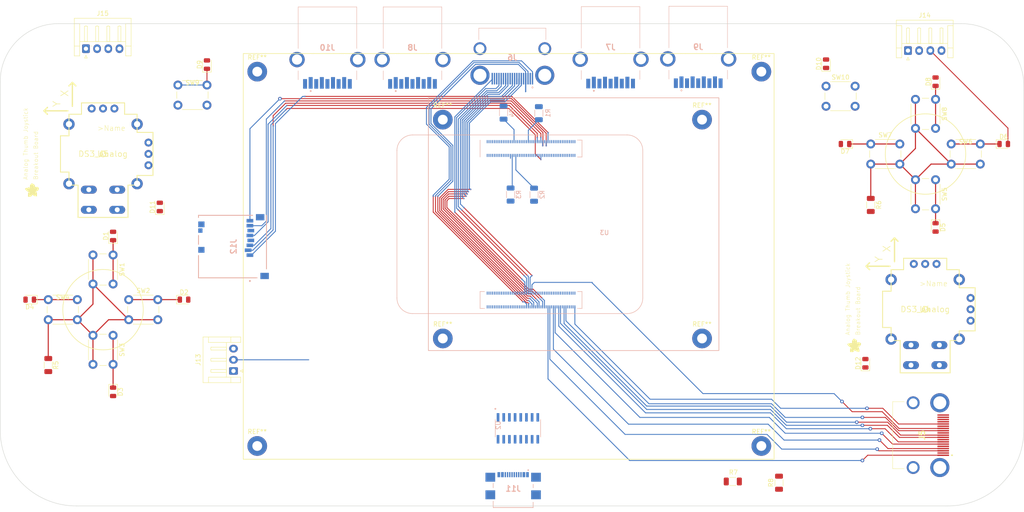
<source format=kicad_pcb>
(kicad_pcb (version 20221018) (generator pcbnew)
  (layers (0 "F.Cu" signal) (31 "B.Cu" signal) (34 "B.Paste" user) (35 "F.Paste" user) (36 "B.SilkS" user "B.Silkscreen") (37 "F.SilkS" user "F.Silkscreen") (38 "B.Mask" user) (39 "F.Mask" user) (44 "Edge.Cuts" user))
  (net 0 "")
  (net 1 "Net-(D1-Pad1)")
  (net 2 "Net-(D1-Pad2)")
  (net 3 "Net-(D2-Pad1)")
  (net 4 "Net-(D3-Pad1)")
  (net 5 "Net-(D4-Pad1)")
  (net 6 "Net-(D5-Pad1)")
  (net 7 "Net-(D6-Pad1)")
  (net 8 "Net-(D7-Pad1)")
  (net 9 "Net-(D8-Pad1)")
  (net 10 "Net-(D9-Pad1)")
  (net 11 "Net-(D10-Pad1)")
  (net 12 "Net-(D11-Pad1)")
  (net 13 "Net-(D12-Pad1)")
  (net 14 "GND")
  (net 15 "Net-(U1-Pad19)")
  (net 16 "Net-(U1-Pad21)")
  (net 17 "Net-(U1-Pad23)")
  (net 18 "Net-(U1-Pad24)")
  (net 19 "Net-(R3-Pad2)")
  (net 24 "Net-(R5-Pad1)")
  (net 25 "Net-(R6-Pad1)")
  (net 26 "Net-(D10-Pad2)")
  (net 27 "Net-(D11-Pad2)")
  (net 32 "Net-(D12-Pad2)")
  (net 33 "Net-(J5-Pad1)")
  (net 38 "Net-(J5-Pad3)")
  (net 39 "Net-(J5-Pad4)")
  (net 47 "Net-(J5-Pad6)")
  (net 48 "Net-(J5-Pad7)")
  (net 53 "Net-(J5-Pad9)")
  (net 55 "Net-(J5-Pad10)")
  (net 56 "Net-(J5-Pad12)")
  (net 64 "Net-(J5-Pad13)")
  (net 65 "Net-(J5-Pad15)")
  (net 70 "Net-(J5-Pad16)")
  (net 71 "Net-(J5-Pad19)")
  (net 75 "Net-(J6-Pad1)")
  (net 77 "Net-(J6-Pad3)")
  (net 78 "Net-(J6-Pad4)")
  (net 79 "Net-(J6-Pad6)")
  (net 80 "Net-(J6-Pad7)")
  (net 81 "Net-(J6-Pad9)")
  (net 83 "Net-(J6-Pad10)")
  (net 84 "Net-(J6-Pad12)")
  (net 85 "Net-(J6-Pad13)")
  (net 87 "Net-(J6-Pad15)")
  (net 89 "Net-(J6-Pad16)")
  (net 92 "Net-(J6-Pad19)")
  (net 95 "ChargerInput")
  (net 97 "Net-(J12-PadP1)")
  (net 99 "Net-(J12-PadP2)")
  (net 101 "Net-(J12-PadP3)")
  (net 103 "Net-(C1-Pad1)")
  (net 105 "Net-(J12-PadP5)")
  (net 116 "Net-(J12-PadP7)")
  (net 125 "Net-(J12-PadP8)")
  (net 126 "5V")
  (net 131 "Net-(J13-Pad2)")
  (net 132 "Net-(R7-Pad1)")
  (net 252 "Net-(U1-Pad17)")
  (net 253 "Net-(U2-Pad1)")
  (net 254 "Net-(U2-Pad2)")
  (net 255 "Net-(U2-Pad3)")
  (net 256 "Net-(U2-Pad4)")
  (net 258 "Net-(J14-Pad4)")
  (net 259 "Net-(J15-Pad4)")
  (net 260 "Net-(R1-Pad2)")
  (net 261 "Net-(R2-Pad2)")
  (net 262 "Net-(R4-Pad2)")
  (footprint "Resistor_SMD:R_1206_3216Metric" (layer "F.Cu") (at 196.225 136.8 90)
    (fp_text reference "R8")
    (fp_text value "10k")
  )
  (footprint "Diode_SMD:D_0805_2012Metric" (layer "F.Cu") (at 57.7 75.05 90)
    (fp_text reference "D11")
    (fp_text value "DIODE")
  )
  (footprint "MountingHole:MountingHole_2.2mm_M2_Pad_TopBottom" (layer "F.Cu") (at 121.01 55.5)
    (fp_text reference "REF**")
    (fp_text value "MountingHole_2.2mm_M2_Pad_TopBottom")
  )
  (footprint "MountingHole:MountingHole_2.2mm_M2_Pad_TopBottom" (layer "F.Cu") (at 179.01 55.5)
    (fp_text reference "REF**")
    (fp_text value "MountingHole_2.2mm_M2_Pad_TopBottom")
  )
  (footprint "joystick:JOYSTICK" (layer "F.Cu") (at 228.925 97.975 180)
    (fp_text reference "U4")
    (fp_text value "DS3_Analog")
  )
  (footprint "joystick:ADAFRUIT200MIL" (layer "F.Cu") (at 212.923 106.103)
    (fp_text reference "U$1" hide)
    (fp_text value "" hide)
  )
  (footprint "Button_Switch_THT:SW_PUSH_6mm_H7.3mm" (layer "F.Cu") (at 231.25 50.95 -90)
    (fp_text reference "SW8")
    (fp_text value "SW_Push")
  )
  (footprint "Resistor_SMD:R_1206_3216Metric" (layer "F.Cu") (at 32.75 110.45 -90)
    (fp_text reference "R5")
    (fp_text value "10k")
  )
  (footprint "Button_Switch_THT:SW_PUSH_6mm_H7.3mm" (layer "F.Cu") (at 231.25 68.95 -90)
    (fp_text reference "SW5")
    (fp_text value "SW_Push")
  )
  (footprint "Diode_SMD:D_0805_2012Metric" (layer "F.Cu") (at 211 60.95 180)
    (fp_text reference "D7")
    (fp_text value "DIODE")
  )
  (footprint "Diode_SMD:D_0805_2012Metric" (layer "F.Cu") (at 206.75 42.975 90)
    (fp_text reference "D10")
    (fp_text value "DIODE")
  )
  (footprint "Diode_SMD:D_0805_2012Metric" (layer "F.Cu") (at 231.25 79.625 -90)
    (fp_text reference "D5")
    (fp_text value "DIODE")
  )
  (footprint "Connector_JST:JST_EH_S4B-EH_1x04_P2.50mm_Horizontal" (layer "F.Cu") (at 225.075 40.0325)
    (fp_text reference "J14")
    (fp_text value "Conn_01x04")
  )
  (footprint "Button_Switch_THT:SW_PUSH_6mm_H7.3mm" (layer "F.Cu") (at 50.75 95.8)
    (fp_text reference "SW2")
    (fp_text value "SW_Push")
  )
  (footprint "Connector_JST:JST_EH_S4B-EH_1x04_P2.50mm_Horizontal" (layer "F.Cu") (at 41.175 39.6075)
    (fp_text reference "J15")
    (fp_text value "Conn_01x04")
  )
  (footprint "MountingHole:MountingHole_2.2mm_M2_Pad_TopBottom" (layer "F.Cu") (at 121.01 104.5)
    (fp_text reference "REF**")
    (fp_text value "MountingHole_2.2mm_M2_Pad_TopBottom")
  )
  (footprint "Diode_SMD:D_0805_2012Metric" (layer "F.Cu") (at 215.55 110.05 90)
    (fp_text reference "D12")
    (fp_text value "DIODE")
  )
  (footprint "Diode_SMD:D_0805_2012Metric" (layer "F.Cu") (at 68.25 43.175 90)
    (fp_text reference "D9")
    (fp_text value "DIODE")
  )
  (footprint "Resistor_SMD:R_1206_3216Metric" (layer "F.Cu") (at 216.75 74.6 -90)
    (fp_text reference "R6")
    (fp_text value "10k")
  )
  (footprint "Resistor_SMD:R_1206_3216Metric" (layer "F.Cu") (at 185.8875 136.525)
    (fp_text reference "R7")
    (fp_text value "10k")
  )
  (footprint "MountingHole:MountingHole_2.2mm_M2_Pad_TopBottom" (layer "F.Cu") (at 79.5 128.575)
    (fp_text reference "REF**")
    (fp_text value "MountingHole_2.2mm_M2_Pad_TopBottom")
  )
  (footprint "MountingHole:MountingHole_2.2mm_M2_Pad_TopBottom" (layer "F.Cu") (at 79.5 44.75)
    (fp_text reference "REF**")
    (fp_text value "MountingHole_2.2mm_M2_Pad_TopBottom")
  )
  (footprint "Button_Switch_THT:SW_PUSH_6mm_H7.3mm" (layer "F.Cu") (at 47.25 103.8 -90)
    (fp_text reference "SW3")
    (fp_text value "SW_Push")
  )
  (footprint "Diode_SMD:D_0805_2012Metric" (layer "F.Cu") (at 246.5 60.95)
    (fp_text reference "D6")
    (fp_text value "DIODE")
  )
  (footprint "MountingHole:MountingHole_2.2mm_M2_Pad_TopBottom" (layer "F.Cu") (at 192.275 44.75)
    (fp_text reference "REF**")
    (fp_text value "MountingHole_2.2mm_M2_Pad_TopBottom")
  )
  (footprint "Diode_SMD:D_0805_2012Metric" (layer "F.Cu") (at 231.25 47 90)
    (fp_text reference "D8")
    (fp_text value "DIODE")
  )
  (footprint "Button_Switch_THT:SW_PUSH_6mm_H7.3mm" (layer "F.Cu") (at 47.25 85.8 -90)
    (fp_text reference "SW1")
    (fp_text value "SW_Push")
  )
  (footprint "Button_Switch_THT:SW_PUSH_6mm_H7.3mm" (layer "F.Cu") (at 32.75 95.8)
    (fp_text reference "SW4")
    (fp_text value "SW_Push")
  )
  (footprint "Diode_SMD:D_0805_2012Metric" (layer "F.Cu") (at 47.25 81.55 90)
    (fp_text reference "D1")
    (fp_text value "DIODE")
  )
  (footprint "joystick:ADAFRUIT200MIL" (layer "F.Cu") (at 28.998 71.303)
    (fp_text reference "U$1" hide)
    (fp_text value "" hide)
  )
  (footprint "Connector_JST:JST_EH_S3B-EH_1x03_P2.50mm_Horizontal" (layer "F.Cu") (at 74.1825 111.775 90)
    (fp_text reference "J13")
    (fp_text value "Conn_01x03")
  )
  (footprint "Button_Switch_THT:SW_PUSH_6mm_H7.3mm" (layer "F.Cu") (at 61.75 47.75)
    (fp_text reference "SW9")
    (fp_text value "SW_Push")
  )
  (footprint "Button_Switch_THT:SW_PUSH_6mm_H7.3mm" (layer "F.Cu") (at 216.75 60.95)
    (fp_text reference "SW7")
    (fp_text value "SW_Push")
  )
  (footprint "joystick:JOYSTICK" (layer "F.Cu") (at 45 63.175 180)
    (fp_text reference "U5")
    (fp_text value "DS3_Analog")
  )
  (footprint "MountingHole:MountingHole_2.2mm_M2_Pad_TopBottom" (layer "F.Cu") (at 192.275 128.575)
    (fp_text reference "REF**")
    (fp_text value "MountingHole_2.2mm_M2_Pad_TopBottom")
  )
  (footprint "Diode_SMD:D_0805_2012Metric" (layer "F.Cu") (at 28.6 95.8 180)
    (fp_text reference "D4")
    (fp_text value "DIODE")
  )
  (footprint "Button_Switch_THT:SW_PUSH_6mm_H7.3mm" (layer "F.Cu") (at 206.75 48)
    (fp_text reference "SW10")
    (fp_text value "SW_Push")
  )
  (footprint "mouser:2086581051" (layer "F.Cu") (at 227.725 126.15 -90)
    (fp_text reference "J5")
    (fp_text value "208658-1051" hide)
  )
  (footprint "Button_Switch_THT:SW_PUSH_6mm_H7.3mm" (layer "F.Cu") (at 234.75 60.95)
    (fp_text reference "SW6")
    (fp_text value "SW_Push")
  )
  (footprint "Diode_SMD:D_0805_2012Metric" (layer "F.Cu") (at 63.125 95.8)
    (fp_text reference "D2")
    (fp_text value "DIODE")
  )
  (footprint "MountingHole:MountingHole_2.2mm_M2_Pad_TopBottom" (layer "F.Cu") (at 179.01 104.5)
    (fp_text reference "REF**")
    (fp_text value "MountingHole_2.2mm_M2_Pad_TopBottom")
  )
  (footprint "Diode_SMD:D_0805_2012Metric" (layer "F.Cu") (at 47.25 116.45 -90)
    (fp_text reference "D3")
    (fp_text value "DIODE")
  )
  (footprint "Resistor_SMD:R_1206_3216Metric" (layer "B.Cu") (at 141.425 72.3 90)
    (fp_text reference "R2")
    (fp_text value "470")
  )
  (footprint "mouser:2086581051" (layer "B.Cu") (at 136.575 41.0875)
    (fp_text reference "J6")
    (fp_text value "208658-1051" hide)
  )
  (footprint "MCP3008:SOIC127P600X175-16N" (layer "B.Cu") (at 137.815 124.6125 -90)
    (fp_text reference "U2")
    (fp_text value "MCP3008")
  )
  (footprint "mouser:692122030100" (layer "B.Cu") (at 178.15 41.8945)
    (fp_text reference "J9")
    (fp_text value "692122030100" hide)
  )
  (footprint "mouser:MEM20510019500A" (layer "B.Cu") (at 74.2 83.925 -90)
    (fp_text reference "J12")
    (fp_text value "MEM2051-00-195-00-A" hide)
  )
  (footprint "Resistor_SMD:R_1206_3216Metric" (layer "B.Cu") (at 136.175 72.275 90)
    (fp_text reference "R3")
    (fp_text value "470")
  )
  (footprint "mouser:692122030100" (layer "B.Cu") (at 95.2 42.0445)
    (fp_text reference "J10")
    (fp_text value "692122030100" hide)
  )
  (footprint "mouser:USB4110GFA" (layer "B.Cu") (at 136.75 138.675 180)
    (fp_text reference "J11")
    (fp_text value "USB4110-GF-A" hide)
  )
  (footprint "mouser:692122030100" (layer "B.Cu") (at 114.23 42.0445)
    (fp_text reference "J8")
    (fp_text value "692122030100" hide)
  )
  (footprint "Resistor_SMD:R_1206_3216Metric" (layer "B.Cu") (at 142.5 54.05 -90)
    (fp_text reference "R1")
    (fp_text value "470")
  )
  (footprint "Resistor_SMD:R_1206_3216Metric" (layer "B.Cu") (at 134.6 53.925 -90)
    (fp_text reference "R4")
    (fp_text value "470")
  )
  (footprint "mouser:692122030100" (layer "B.Cu") (at 158.55 41.9695)
    (fp_text reference "J7")
    (fp_text value "692122030100" hide)
  )
  (footprint "CM4IO:Raspberry-Pi-4-Compute-Module" (layer "B.Cu") (at 162.25 62.425 -90)
    (fp_text reference "U3")
    (fp_text value "cm4conn")
  )
  (gr_rect (start 117.775 50.6) (end 182.775 107.2) (stroke (width 0.15)) (fill none) (layer "B.SilkS"))
  (gr_line (start 221.051 88.323) (end 215.717 88.323) (stroke (width 0.3048)) (layer "F.SilkS"))
  (gr_line (start 37.126 53.523) (end 31.792 53.523) (stroke (width 0.3048)) (layer "F.SilkS"))
  (gr_line (start 222.067 87.307) (end 222.067 81.973) (stroke (width 0.3048)) (layer "F.SilkS"))
  (gr_circle (center 229 63.2) (end 238 63.2) (stroke (width 0.15)) (fill none) (layer "F.SilkS"))
  (gr_line (start 222.067 81.973) (end 222.829 82.735) (stroke (width 0.3048)) (layer "F.SilkS"))
  (gr_line (start 38.142 47.173) (end 37.38 47.935) (stroke (width 0.3048)) (layer "F.SilkS"))
  (gr_line (start 31.792 53.523) (end 32.554 52.761) (stroke (width 0.3048)) (layer "F.SilkS"))
  (gr_line (start 222.067 81.973) (end 221.305 82.735) (stroke (width 0.3048)) (layer "F.SilkS"))
  (gr_line (start 38.142 52.507) (end 38.142 47.173) (stroke (width 0.3048)) (layer "F.SilkS"))
  (gr_rect (start 76.375 40.7) (end 195.125 131.55) (stroke (width 0.15)) (fill none) (layer "F.SilkS"))
  (gr_circle (center 45 98.05) (end 54 98.05) (stroke (width 0.15)) (fill none) (layer "F.SilkS"))
  (gr_line (start 215.717 88.323) (end 216.479 89.085) (stroke (width 0.3048)) (layer "F.SilkS"))
  (gr_line (start 38.142 47.173) (end 38.904 47.935) (stroke (width 0.3048)) (layer "F.SilkS"))
  (gr_line (start 31.792 53.523) (end 32.554 54.285) (stroke (width 0.3048)) (layer "F.SilkS"))
  (gr_line (start 215.717 88.323) (end 216.479 87.561) (stroke (width 0.3048)) (layer "F.SilkS"))
  (gr_line (start 39 142) (end 234 142) (stroke (width 0.1)) (layer "Edge.Cuts"))
  (gr_line (start 237 34) (end 163 34) (stroke (width 0.1)) (layer "Edge.Cuts"))
  (gr_line (start 35 34) (end 163 34) (stroke (width 0.1)) (layer "Edge.Cuts"))
  (gr_line (start 251 49) (end 251 125) (stroke (width 0.1)) (layer "Edge.Cuts"))
  (gr_arc (start 39 142) (mid 26.979185 137.020815) (end 22 125) (stroke (width 0.1)) (layer "Edge.Cuts"))
  (gr_line (start 22 125) (end 22 50) (stroke (width 0.1)) (layer "Edge.Cuts"))
  (gr_line (start 251 49) (end 251 48) (stroke (width 0.1)) (layer "Edge.Cuts"))
  (gr_line (start 22 50) (end 22 47) (stroke (width 0.1)) (layer "Edge.Cuts"))
  (gr_arc (start 251 125) (mid 246.020815 137.020815) (end 234 142) (stroke (width 0.1)) (layer "Edge.Cuts"))
  (gr_arc (start 22 47) (mid 25.807612 37.807612) (end 35 34) (stroke (width 0.1)) (layer "Edge.Cuts"))
  (gr_arc (start 237 34) (mid 246.899495 38.100505) (end 251 48) (stroke (width 0.1)) (layer "Edge.Cuts"))
  (gr_text "Analog Thumb Joystick" (at 212.161 103.817 90) (layer "F.SilkS") (effects (font (size 0.93472 0.93472) (thickness 0.08128)) (justify left bottom)))
  (gr_text "Y" (at 219.527 87.561 90) (layer "F.SilkS") (effects (font (size 1.63576 1.63576) (thickness 0.14224)) (justify left bottom)))
  (gr_text "Analog Thumb Joystick" (at 28.236 69.017 90) (layer "F.SilkS") (effects (font (size 0.93472 0.93472) (thickness 0.08128)) (justify left bottom)))
  (gr_text "Breakout Board" (at 214.447 103.817 90) (layer "F.SilkS") (effects (font (size 0.93472 0.93472) (thickness 0.08128)) (justify left bottom)))
  (gr_text "X " (at 37.38 50.475 90) (layer "F.SilkS") (effects (font (size 1.63576 1.63576) (thickness 0.14224)) (justify left bottom)))
  (gr_text "Breakout Board" (at 30.522 69.017 90) (layer "F.SilkS") (effects (font (size 0.93472 0.93472) (thickness 0.08128)) (justify left bottom)))
  (gr_text "X " (at 221.305 85.275 90) (layer "F.SilkS") (effects (font (size 1.63576 1.63576) (thickness 0.14224)) (justify left bottom)))
  (gr_text "Y" (at 35.602 52.761 90) (layer "F.SilkS") (effects (font (size 1.63576 1.63576) (thickness 0.14224)) (justify left bottom)))
  (segment (start 133 47.2) (end 133.025 47.175) (width 0.2) (layer "F.Cu") (net 0))
  (segment (start 47.25 85.8) (end 47.25 92.3) (width 0.25) (layer "F.Cu") (net 1))
  (segment (start 47.25 85.8) (end 47.25 82.4875) (width 0.25) (layer "F.Cu") (net 1))
  (segment (start 50.75 95.8) (end 57.25 95.8) (width 0.25) (layer "F.Cu") (net 3))
  (segment (start 57.25 95.8) (end 62.1875 95.8) (width 0.25) (layer "F.Cu") (net 3))
  (segment (start 47.25 110.3) (end 47.25 115.5125) (width 0.25) (layer "F.Cu") (net 4))
  (segment (start 47.25 103.8) (end 47.25 110.3) (width 0.25) (layer "F.Cu") (net 4))
  (segment (start 32.75 95.8) (end 29.5375 95.8) (width 0.25) (layer "F.Cu") (net 5))
  (segment (start 39.25 95.8) (end 32.75 95.8) (width 0.25) (layer "F.Cu") (net 5))
  (segment (start 231.25 68.95) (end 231.25 75.45) (width 0.25) (layer "F.Cu") (net 6))
  (segment (start 231.25 75.45) (end 231.25 78.6875) (width 0.25) (layer "F.Cu") (net 6))
  (segment (start 241.25 60.95) (end 245.5625 60.95) (width 0.25) (layer "F.Cu") (net 7))
  (segment (start 234.75 60.95) (end 241.25 60.95) (width 0.25) (layer "F.Cu") (net 7))
  (segment (start 223.25 60.95) (end 216.75 60.95) (width 0.25) (layer "F.Cu") (net 8))
  (segment (start 216.75 60.95) (end 211.9375 60.95) (width 0.25) (layer "F.Cu") (net 8))
  (segment (start 231.25 50.95) (end 231.25 47.9375) (width 0.25) (layer "F.Cu") (net 9))
  (segment (start 231.25 57.45) (end 231.25 50.95) (width 0.25) (layer "F.Cu") (net 9))
  (segment (start 68.25 44.1125) (end 68.25 47.75) (width 0.2) (layer "F.Cu") (net 10))
  (segment (start 61.75 47.75) (end 68.25 47.75) (width 0.2) (layer "B.Cu") (net 10))
  (segment (start 136.55 70.4375) (end 136.55 63.505) (width 0.2) (layer "B.Cu") (net 19))
  (segment (start 136.175 70.8125) (end 136.55 70.4375) (width 0.2) (layer "B.Cu") (net 19))
  (segment (start 32.75 108.9875) (end 32.75 100.3) (width 0.25) (layer "F.Cu") (net 24))
  (segment (start 42.75 103.8) (end 39.25 100.3) (width 0.25) (layer "F.Cu") (net 24))
  (segment (start 42.75 92.3) (end 42.75 85.8) (width 0.25) (layer "F.Cu") (net 24))
  (segment (start 42.75 92.3) (end 50.75 100.3) (width 0.25) (layer "F.Cu") (net 24))
  (segment (start 32.75 100.3) (end 39.25 100.3) (width 0.25) (layer "F.Cu") (net 24))
  (segment (start 46.25 100.3) (end 42.75 103.8) (width 0.25) (layer "F.Cu") (net 24))
  (segment (start 42.75 103.8) (end 42.75 110.3) (width 0.25) (layer "F.Cu") (net 24))
  (segment (start 42.75 96.8) (end 39.25 100.3) (width 0.25) (layer "F.Cu") (net 24))
  (segment (start 42.75 92.3) (end 42.75 96.8) (width 0.25) (layer "F.Cu") (net 24))
  (segment (start 50.75 100.3) (end 46.25 100.3) (width 0.25) (layer "F.Cu") (net 24))
  (segment (start 50.75 100.3) (end 57.25 100.3) (width 0.25) (layer "F.Cu") (net 24))
  (segment (start 230.25 65.45) (end 226.75 68.95) (width 0.25) (layer "F.Cu") (net 25))
  (segment (start 226.75 61.95) (end 226.75 57.45) (width 0.25) (layer "F.Cu") (net 25))
  (segment (start 216.75 65.45) (end 223.25 65.45) (width 0.25) (layer "F.Cu") (net 25))
  (segment (start 226.75 68.95) (end 223.25 65.45) (width 0.25) (layer "F.Cu") (net 25))
  (segment (start 223.25 65.45) (end 226.75 61.95) (width 0.25) (layer "F.Cu") (net 25))
  (segment (start 226.75 75.45) (end 226.75 68.95) (width 0.25) (layer "F.Cu") (net 25))
  (segment (start 234.75 65.45) (end 241.25 65.45) (width 0.25) (layer "F.Cu") (net 25))
  (segment (start 226.75 57.45) (end 234.75 65.45) (width 0.25) (layer "F.Cu") (net 25))
  (segment (start 226.75 57.45) (end 226.75 50.95) (width 0.25) (layer "F.Cu") (net 25))
  (segment (start 234.75 65.45) (end 230.25 65.45) (width 0.25) (layer "F.Cu") (net 25))
  (segment (start 216.75 65.45) (end 216.75 73.1375) (width 0.25) (layer "F.Cu") (net 25))
  (segment (start 247.4375 57.395) (end 230.075 40.0325) (width 0.2) (layer "F.Cu") (net 26))
  (segment (start 247.4375 60.95) (end 247.4375 57.395) (width 0.2) (layer "F.Cu") (net 26))
  (segment (start 232.96 130.65) (end 216.06 130.65) (width 0.2) (layer "F.Cu") (net 33))
  (segment (start 216.06 130.65) (end 214.884 131.826) (width 0.2) (layer "F.Cu") (net 33))
  (via (at 214.884 131.826) (size 0.8) (drill 0.4) (layers "F.Cu" "B.Cu") (net 33))
  (segment (start 144.55 113.562) (end 144.55 97.425) (width 0.2) (layer "B.Cu") (net 33))
  (segment (start 214.884 131.826) (end 162.814 131.826) (width 0.2) (layer "B.Cu") (net 33))
  (segment (start 162.814 131.826) (end 144.55 113.562) (width 0.2) (layer "B.Cu") (net 33))
  (segment (start 232.96 129.65) (end 218.55 129.65) (width 0.2) (layer "F.Cu") (net 38))
  (segment (start 218.55 129.65) (end 218.186 129.286) (width 0.2) (layer "F.Cu") (net 38))
  (via (at 218.186 129.286) (size 0.8) (drill 0.4) (layers "F.Cu" "B.Cu") (net 38))
  (segment (start 161.798 125.984) (end 144.95 109.136) (width 0.2) (layer "B.Cu") (net 38))
  (segment (start 144.95 109.136) (end 144.95 97.425) (width 0.2) (layer "B.Cu") (net 38))
  (segment (start 218.186 129.286) (end 196.85 129.286) (width 0.2) (layer "B.Cu") (net 38))
  (segment (start 196.85 129.286) (end 193.548 125.984) (width 0.2) (layer "B.Cu") (net 38))
  (segment (start 193.548 125.984) (end 161.798 125.984) (width 0.2) (layer "B.Cu") (net 38))
  (segment (start 232.96 129.15) (end 220.59 129.15) (width 0.2) (layer "F.Cu") (net 39))
  (segment (start 220.59 129.15) (end 218.694 127.254) (width 0.2) (layer "F.Cu") (net 39))
  (via (at 218.694 127.254) (size 0.8) (drill 0.4) (layers "F.Cu" "B.Cu") (net 39))
  (segment (start 197.358 127.254) (end 193.802 123.698) (width 0.2) (layer "B.Cu") (net 39))
  (segment (start 218.694 127.254) (end 197.358 127.254) (width 0.2) (layer "B.Cu") (net 39))
  (segment (start 145.75 106.888) (end 145.75 97.425) (width 0.2) (layer "B.Cu") (net 39))
  (segment (start 193.802 123.698) (end 162.56 123.698) (width 0.2) (layer "B.Cu") (net 39))
  (segment (start 162.56 123.698) (end 145.75 106.888) (width 0.2) (layer "B.Cu") (net 39))
  (segment (start 232.96 128.15) (end 221.622 128.15) (width 0.2) (layer "F.Cu") (net 47))
  (segment (start 221.622 128.15) (end 219.202 125.73) (width 0.2) (layer "F.Cu") (net 47))
  (via (at 219.202 125.73) (size 0.8) (drill 0.4) (layers "F.Cu" "B.Cu") (net 47))
  (segment (start 219.202 125.73) (end 197.612 125.73) (width 0.2) (layer "B.Cu") (net 47))
  (segment (start 197.612 125.73) (end 194.056 122.174) (width 0.2) (layer "B.Cu") (net 47))
  (segment (start 165.1 122.174) (end 146.15 103.224) (width 0.2) (layer "B.Cu") (net 47))
  (segment (start 194.056 122.174) (end 165.1 122.174) (width 0.2) (layer "B.Cu") (net 47))
  (segment (start 146.15 103.224) (end 146.15 97.425) (width 0.2) (layer "B.Cu") (net 47))
  (segment (start 232.96 127.65) (end 222.9 127.65) (width 0.2) (layer "F.Cu") (net 48))
  (segment (start 219.964 124.714) (end 216.662 124.714) (width 0.2) (layer "F.Cu") (net 48))
  (segment (start 222.9 127.65) (end 220.726 125.476) (width 0.2) (layer "F.Cu") (net 48))
  (segment (start 220.726 125.476) (end 219.964 124.714) (width 0.2) (layer "F.Cu") (net 48))
  (via (at 216.662 124.714) (size 0.8) (drill 0.4) (layers "F.Cu" "B.Cu") (net 48))
  (segment (start 197.866 124.714) (end 194.31 121.158) (width 0.2) (layer "B.Cu") (net 48))
  (segment (start 166.37 121.158) (end 146.95 101.738) (width 0.2) (layer "B.Cu") (net 48))
  (segment (start 194.31 121.158) (end 166.37 121.158) (width 0.2) (layer "B.Cu") (net 48))
  (segment (start 146.95 101.738) (end 146.95 97.425) (width 0.2) (layer "B.Cu") (net 48))
  (segment (start 216.662 124.714) (end 197.866 124.714) (width 0.2) (layer "B.Cu") (net 48))
  (segment (start 220.472 123.952) (end 214.884 123.952) (width 0.2) (layer "F.Cu") (net 53))
  (segment (start 232.96 126.65) (end 223.17 126.65) (width 0.2) (layer "F.Cu") (net 53))
  (segment (start 223.17 126.65) (end 220.472 123.952) (width 0.2) (layer "F.Cu") (net 53))
  (via (at 214.884 123.952) (size 0.8) (drill 0.4) (layers "F.Cu" "B.Cu") (net 53))
  (segment (start 214.884 123.952) (end 197.866 123.952) (width 0.2) (layer "B.Cu") (net 53))
  (segment (start 166.624 120.396) (end 147.35 101.122) (width 0.2) (layer "B.Cu") (net 53))
  (segment (start 197.866 123.952) (end 194.31 120.396) (width 0.2) (layer "B.Cu") (net 53))
  (segment (start 147.35 101.122) (end 147.35 97.425) (width 0.2) (layer "B.Cu") (net 53))
  (segment (start 194.31 120.396) (end 166.624 120.396) (width 0.2) (layer "B.Cu") (net 53))
  (segment (start 220.5345 123.2525) (end 213.614 123.2525) (width 0.2) (layer "F.Cu") (net 55))
  (segment (start 232.96 126.15) (end 223.432 126.15) (width 0.2) (layer "F.Cu") (net 55))
  (segment (start 220.726 123.444) (end 220.5345 123.2525) (width 0.2) (layer "F.Cu") (net 55))
  (segment (start 223.432 126.15) (end 220.726 123.444) (width 0.2) (layer "F.Cu") (net 55))
  (via (at 213.614 123.2525) (size 0.8) (drill 0.4) (layers "F.Cu" "B.Cu") (net 55))
  (segment (start 213.614 123.2525) (end 197.9285 123.2525) (width 0.2) (layer "B.Cu") (net 55))
  (segment (start 166.624 119.634) (end 148.15 101.16) (width 0.2) (layer "B.Cu") (net 55))
  (segment (start 197.9285 123.2525) (end 194.31 119.634) (width 0.2) (layer "B.Cu") (net 55))
  (segment (start 148.15 101.16) (end 148.15 97.425) (width 0.2) (layer "B.Cu") (net 55))
  (segment (start 194.31 119.634) (end 166.624 119.634) (width 0.2) (layer "B.Cu") (net 55))
  (segment (start 232.96 125.15) (end 222.997686 125.15) (width 0.2) (layer "F.Cu") (net 56))
  (segment (start 220.021685 122.174) (end 214.884 122.174) (width 0.2) (layer "F.Cu") (net 56))
  (segment (start 222.997686 125.15) (end 220.021685 122.174) (width 0.2) (layer "F.Cu") (net 56))
  (via (at 214.884 122.174) (size 0.8) (drill 0.4) (layers "F.Cu" "B.Cu") (net 56))
  (segment (start 214.884 122.174) (end 197.612 122.174) (width 0.2) (layer "B.Cu") (net 56))
  (segment (start 167.132 119.126) (end 148.55 100.544) (width 0.2) (layer "B.Cu") (net 56))
  (segment (start 197.612 122.174) (end 194.564 119.126) (width 0.2) (layer "B.Cu") (net 56))
  (segment (start 194.564 119.126) (end 167.132 119.126) (width 0.2) (layer "B.Cu") (net 56))
  (segment (start 148.55 100.544) (end 148.55 97.425) (width 0.2) (layer "B.Cu") (net 56))
  (segment (start 223.063372 124.65) (end 219.317372 120.904) (width 0.2) (layer "F.Cu") (net 64))
  (segment (start 219.317372 120.904) (end 214.884 120.904) (width 0.2) (layer "F.Cu") (net 64))
  (segment (start 212.598 120.904) (end 210.312 118.618) (width 0.2) (layer "F.Cu") (net 64))
  (segment (start 214.884 120.904) (end 212.598 120.904) (width 0.2) (layer "F.Cu") (net 64))
  (segment (start 232.96 124.65) (end 223.063372 124.65) (width 0.2) (layer "F.Cu") (net 64))
  (via (at 210.312 118.618) (size 0.8) (drill 0.4) (layers "F.Cu" "B.Cu") (net 64))
  (segment (start 154.432 92.061773) (end 154.432 91.948) (width 0.2) (layer "B.Cu") (net 64))
  (segment (start 210.312 118.618) (end 208.534 116.84) (width 0.2) (layer "B.Cu") (net 64))
  (segment (start 140.95 92.476) (end 140.95 94.345) (width 0.2) (layer "B.Cu") (net 64))
  (segment (start 208.534 116.84) (end 179.210227 116.84) (width 0.2) (layer "B.Cu") (net 64))
  (segment (start 141.478 91.948) (end 140.95 92.476) (width 0.2) (layer "B.Cu") (net 64))
  (segment (start 179.210227 116.84) (end 154.432 92.061773) (width 0.2) (layer "B.Cu") (net 64))
  (segment (start 154.432 91.948) (end 141.478 91.948) (width 0.2) (layer "B.Cu") (net 64))
  (segment (start 222.964 123.65) (end 219.456 120.142) (width 0.2) (layer "F.Cu") (net 65))
  (segment (start 232.96 123.65) (end 222.964 123.65) (width 0.2) (layer "F.Cu") (net 65))
  (segment (start 219.456 120.142) (end 215.9 120.142) (width 0.2) (layer "F.Cu") (net 65))
  (via (at 215.9 120.142) (size 0.8) (drill 0.4) (layers "F.Cu" "B.Cu") (net 65))
  (segment (start 194.564 118.11) (end 167.386 118.11) (width 0.2) (layer "B.Cu") (net 65))
  (segment (start 150.55 101.274) (end 150.55 97.425) (width 0.2) (layer "B.Cu") (net 65))
  (segment (start 215.9 120.142) (end 196.596 120.142) (width 0.2) (layer "B.Cu") (net 65))
  (segment (start 196.596 120.142) (end 194.564 118.11) (width 0.2) (layer "B.Cu") (net 65))
  (segment (start 167.386 118.11) (end 150.55 101.274) (width 0.2) (layer "B.Cu") (net 65))
  (segment (start 138.914626 96.242626) (end 138.914626 96.289374) (width 0.2) (layer "F.Cu") (net 75))
  (segment (start 118.872 76.2) (end 130.048 87.376) (width 0.2) (layer "F.Cu") (net 75))
  (segment (start 138.776269 96.104269) (end 138.914626 96.242626) (width 0.2) (layer "F.Cu") (net 75))
  (segment (start 118.872 72.644) (end 118.872 76.2) (width 0.2) (layer "F.Cu") (net 75))
  (segment (start 130.048 87.376) (end 138.776269 96.104269) (width 0.2) (layer "F.Cu") (net 75))
  (via micro (at 138.914626 96.289374) (size 0.3) (drill 0.1) (layers "F.Cu" "B.Cu") (net 75))
  (via micro (at 118.872 72.644) (size 0.3) (drill 0.1) (layers "F.Cu" "B.Cu") (net 75))
  (segment (start 127.797314 42.325) (end 117.348 52.774314) (width 0.2) (layer "B.Cu") (net 75))
  (segment (start 122.448 68.834) (end 118.872 72.41) (width 0.2) (layer "B.Cu") (net 75))
  (segment (start 139.75 96.775) (end 139.75 97.425) (width 0.2) (layer "B.Cu") (net 75))
  (segment (start 141.075 44.7725) (end 138.6275 42.325) (width 0.2) (layer "B.Cu") (net 75))
  (segment (start 121.861547 61.018453) (end 122.448 61.604906) (width 0.2) (layer "B.Cu") (net 75))
  (segment (start 118.872 72.41) (end 118.872 72.644) (width 0.2) (layer "B.Cu") (net 75))
  (segment (start 139.264374 96.289374) (end 139.75 96.775) (width 0.2) (layer "B.Cu") (net 75))
  (segment (start 122.448 61.604906) (end 122.448 68.834) (width 0.2) (layer "B.Cu") (net 75))
  (segment (start 141.075 46.3225) (end 141.075 44.7725) (width 0.2) (layer "B.Cu") (net 75))
  (segment (start 138.6275 42.325) (end 127.797314 42.325) (width 0.2) (layer "B.Cu") (net 75))
  (segment (start 138.914626 96.289374) (end 139.264374 96.289374) (width 0.2) (layer "B.Cu") (net 75))
  (segment (start 117.348 52.774314) (end 117.348 56.504906) (width 0.2) (layer "B.Cu") (net 75))
  (segment (start 117.348 56.504906) (end 121.861547 61.018453) (width 0.2) (layer "B.Cu") (net 75))
  (segment (start 139.359471 96.098529) (end 139.722442 96.4615) (width 0.2) (layer "F.Cu") (net 77))
  (segment (start 140.02181 96.4615) (end 140.271155 96.710845) (width 0.2) (layer "F.Cu") (net 77))
  (segment (start 119.38 76.119058) (end 139.359471 96.098529) (width 0.2) (layer "F.Cu") (net 77))
  (segment (start 139.722442 96.4615) (end 139.854799 96.4615) (width 0.2) (layer "F.Cu") (net 77))
  (segment (start 119.38 72.644) (end 119.38 76.119058) (width 0.2) (layer "F.Cu") (net 77))
  (segment (start 139.854799 96.4615) (end 140.02181 96.4615) (width 0.2) (layer "F.Cu") (net 77))
  (via micro (at 140.271155 96.710845) (size 0.3) (drill 0.1) (layers "F.Cu" "B.Cu") (net 77))
  (via micro (at 119.38 72.644) (size 0.3) (drill 0.1) (layers "F.Cu" "B.Cu") (net 77))
  (segment (start 117.964 52.724) (end 117.964 56.55522) (width 0.2) (layer "B.Cu") (net 77))
  (segment (start 140.271155 96.710845) (end 140.15 96.832) (width 0.2) (layer "B.Cu") (net 77))
  (segment (start 119.38 72.515603) (end 119.38 72.644) (width 0.2) (layer "B.Cu") (net 77))
  (segment (start 122.65239 61.24361) (end 122.848 61.43922) (width 0.2) (layer "B.Cu") (net 77))
  (segment (start 140.075 46.3225) (end 140.075 44.706814) (width 0.2) (layer "B.Cu") (net 77))
  (segment (start 140.075 44.706814) (end 138.093185 42.725) (width 0.2) (layer "B.Cu") (net 77))
  (segment (start 117.964 56.55522) (end 122.65239 61.24361) (width 0.2) (layer "B.Cu") (net 77))
  (segment (start 122.807603 69.088) (end 119.38 72.515603) (width 0.2) (layer "B.Cu") (net 77))
  (segment (start 138.093185 42.725) (end 127.963 42.725) (width 0.2) (layer "B.Cu") (net 77))
  (segment (start 122.848 61.43922) (end 122.848 69.088) (width 0.2) (layer "B.Cu") (net 77))
  (segment (start 127.963 42.725) (end 117.964 52.724) (width 0.2) (layer "B.Cu") (net 77))
  (segment (start 122.848 69.088) (end 122.807603 69.088) (width 0.2) (layer "B.Cu") (net 77))
  (segment (start 140.15 96.832) (end 140.15 97.425) (width 0.2) (layer "B.Cu") (net 77))
  (segment (start 139.838628 96.012) (end 140.208 96.012) (width 0.2) (layer "F.Cu") (net 78))
  (segment (start 134.816314 90.989686) (end 139.838628 96.012) (width 0.2) (layer "F.Cu") (net 78))
  (segment (start 119.888 72.644) (end 119.888 76.061372) (width 0.2) (layer "F.Cu") (net 78))
  (segment (start 119.888 76.061372) (end 134.816314 90.989686) (width 0.2) (layer "F.Cu") (net 78))
  (via micro (at 140.208 96.012) (size 0.3) (drill 0.1) (layers "F.Cu" "B.Cu") (net 78))
  (via micro (at 119.888 72.644) (size 0.3) (drill 0.1) (layers "F.Cu" "B.Cu") (net 78))
  (segment (start 137.9275 43.125) (end 128.315354 43.125) (width 0.2) (layer "B.Cu") (net 78))
  (segment (start 128.315354 43.125) (end 118.364 53.076354) (width 0.2) (layer "B.Cu") (net 78))
  (segment (start 140.208 96.012) (end 140.95 96.754) (width 0.2) (layer "B.Cu") (net 78))
  (segment (start 140.95 96.754) (end 140.95 97.425) (width 0.2) (layer "B.Cu") (net 78))
  (segment (start 123.248 61.273534) (end 123.248 69.284) (width 0.2) (layer "B.Cu") (net 78))
  (segment (start 118.364 56.389534) (end 123.248 61.273534) (width 0.2) (layer "B.Cu") (net 78))
  (segment (start 123.248 69.284) (end 119.888 72.644) (width 0.2) (layer "B.Cu") (net 78))
  (segment (start 139.575 46.3225) (end 139.575 49.202817) (width 0.2) (layer "B.Cu") (net 78))
  (segment (start 139.525 49.252817) (end 139.525 44.7225) (width 0.2) (layer "B.Cu") (net 78))
  (segment (start 139.575 49.202817) (end 139.525 49.252817) (width 0.2) (layer "B.Cu") (net 78))
  (segment (start 118.364 53.076354) (end 118.364 56.389534) (width 0.2) (layer "B.Cu") (net 78))
  (segment (start 139.525 44.7225) (end 137.9275 43.125) (width 0.2) (layer "B.Cu") (net 78))
  (segment (start 139.903096 95.510781) (end 140.447113 95.510781) (width 0.2) (layer "F.Cu") (net 79))
  (segment (start 122.19726 71.12) (end 120.32 72.99726) (width 0.2) (layer "F.Cu") (net 79))
  (segment (start 120.32 72.99726) (end 120.32 75.927686) (width 0.2) (layer "F.Cu") (net 79))
  (segment (start 127.254 71.12) (end 122.19726 71.12) (width 0.2) (layer "F.Cu") (net 79))
  (segment (start 120.32 75.927686) (end 139.903096 95.510781) (width 0.2) (layer "F.Cu") (net 79))
  (via micro (at 140.447113 95.510781) (size 0.3) (drill 0.1) (layers "F.Cu" "B.Cu") (net 79))
  (via micro (at 127.254 71.12) (size 0.3) (drill 0.1) (layers "F.Cu" "B.Cu") (net 79))
  (segment (start 127.808058 55.418058) (end 126.968 56.258116) (width 0.2) (layer "B.Cu") (net 79))
  (segment (start 131.734116 51.492) (end 127.808058 55.418058) (width 0.2) (layer "B.Cu") (net 79))
  (segment (start 140.447113 95.510781) (end 141.35 96.413668) (width 0.2) (layer "B.Cu") (net 79))
  (segment (start 138.575 46.3225) (end 138.575 47.8225) (width 0.2) (layer "B.Cu") (net 79))
  (segment (start 127.222 71.12) (end 127.254 71.12) (width 0.2) (layer "B.Cu") (net 79))
  (segment (start 126.968 70.866) (end 127.222 71.12) (width 0.2) (layer "B.Cu") (net 79))
  (segment (start 141.35 96.413668) (end 141.35 97.425) (width 0.2) (layer "B.Cu") (net 79))
  (segment (start 138.575 47.8225) (end 134.9055 51.492) (width 0.2) (layer "B.Cu") (net 79))
  (segment (start 126.968 56.258116) (end 126.968 70.866) (width 0.2) (layer "B.Cu") (net 79))
  (segment (start 134.9055 51.492) (end 131.734116 51.492) (width 0.2) (layer "B.Cu") (net 79))
  (segment (start 140.208 94.996) (end 140.58831 94.996) (width 0.2) (layer "F.Cu") (net 80))
  (segment (start 139.954 94.996) (end 140.208 94.996) (width 0.2) (layer "F.Cu") (net 80))
  (segment (start 120.72 73.162945) (end 120.72 75.762) (width 0.2) (layer "F.Cu") (net 80))
  (segment (start 126.746 71.628) (end 122.254945 71.628) (width 0.2) (layer "F.Cu") (net 80))
  (segment (start 120.72 75.762) (end 139.954 94.996) (width 0.2) (layer "F.Cu") (net 80))
  (segment (start 122.254945 71.628) (end 120.72 73.162945) (width 0.2) (layer "F.Cu") (net 80))
  (segment (start 140.58831 94.996) (end 140.906155 95.313845) (width 0.2) (layer "F.Cu") (net 80))
  (via micro (at 126.746 71.628) (size 0.3) (drill 0.1) (layers "F.Cu" "B.Cu") (net 80))
  (via micro (at 140.906155 95.313845) (size 0.3) (drill 0.1) (layers "F.Cu" "B.Cu") (net 80))
  (segment (start 140.906155 95.313845) (end 142.15 96.55769) (width 0.2) (layer "B.Cu") (net 80))
  (segment (start 138.075 46.3225) (end 138.025 46.3725) (width 0.2) (layer "B.Cu") (net 80))
  (segment (start 131.56843 51.092) (end 127.271215 55.389215) (width 0.2) (layer "B.Cu") (net 80))
  (segment (start 126.568 71.12) (end 126.568 71.45) (width 0.2) (layer "B.Cu") (net 80))
  (segment (start 138.025 46.3725) (end 138.025 47.752) (width 0.2) (layer "B.Cu") (net 80))
  (segment (start 138.025 47.752) (end 134.685 51.092) (width 0.2) (layer "B.Cu") (net 80))
  (segment (start 142.15 96.55769) (end 142.15 97.425) (width 0.2) (layer "B.Cu") (net 80))
  (segment (start 126.568 56.09243) (end 126.568 71.12) (width 0.2) (layer "B.Cu") (net 80))
  (segment (start 126.568 71.45) (end 126.746 71.628) (width 0.2) (layer "B.Cu") (net 80))
  (segment (start 134.685 51.092) (end 131.56843 51.092) (width 0.2) (layer "B.Cu") (net 80))
  (segment (start 127.271215 55.389215) (end 126.568 56.09243) (width 0.2) (layer "B.Cu") (net 80))
  (segment (start 126.492 72.136) (end 122.31263 72.136) (width 0.2) (layer "F.Cu") (net 81))
  (segment (start 140.092629 94.488) (end 140.716 94.488) (width 0.2) (layer "F.Cu") (net 81))
  (segment (start 121.12 73.32863) (end 121.12 75.515371) (width 0.2) (layer "F.Cu") (net 81))
  (segment (start 122.31263 72.136) (end 121.12 73.32863) (width 0.2) (layer "F.Cu") (net 81))
  (segment (start 121.12 75.515371) (end 140.092629 94.488) (width 0.2) (layer "F.Cu") (net 81))
  (segment (start 140.716 94.488) (end 141.986 95.758) (width 0.2) (layer "F.Cu") (net 81))
  (via micro (at 126.492 72.136) (size 0.3) (drill 0.1) (layers "F.Cu" "B.Cu") (net 81))
  (via micro (at 141.986 95.758) (size 0.3) (drill 0.1) (layers "F.Cu" "B.Cu") (net 81))
  (segment (start 131.402744 50.692) (end 126.734372 55.360372) (width 0.2) (layer "B.Cu") (net 81))
  (segment (start 126.168 57.658) (end 126.168 71.628) (width 0.2) (layer "B.Cu") (net 81))
  (segment (start 142.55 96.322) (end 142.55 97.425) (width 0.2) (layer "B.Cu") (net 81))
  (segment (start 126.168 71.628) (end 126.168 71.812) (width 0.2) (layer "B.Cu") (net 81))
  (segment (start 126.168 55.926744) (end 126.168 57.658) (width 0.2) (layer "B.Cu") (net 81))
  (segment (start 137.075 46.3225) (end 137.075 47.938186) (width 0.2) (layer "B.Cu") (net 81))
  (segment (start 141.986 95.758) (end 142.55 96.322) (width 0.2) (layer "B.Cu") (net 81))
  (segment (start 134.321185 50.692) (end 131.402744 50.692) (width 0.2) (layer "B.Cu") (net 81))
  (segment (start 126.734372 55.360372) (end 126.168 55.926744) (width 0.2) (layer "B.Cu") (net 81))
  (segment (start 137.075 47.938186) (end 134.321185 50.692) (width 0.2) (layer "B.Cu") (net 81))
  (segment (start 126.168 71.812) (end 126.492 72.136) (width 0.2) (layer "B.Cu") (net 81))
  (segment (start 140.97 93.872) (end 142.665845 95.567845) (width 0.2) (layer "F.Cu") (net 83))
  (segment (start 121.52 73.494315) (end 121.52 75.349686) (width 0.2) (layer "F.Cu") (net 83))
  (segment (start 126.238 72.644) (end 122.370314 72.644) (width 0.2) (layer "F.Cu") (net 83))
  (segment (start 136.877157 90.706843) (end 140.042315 93.872) (width 0.2) (layer "F.Cu") (net 83))
  (segment (start 122.370314 72.644) (end 121.52 73.494315) (width 0.2) (layer "F.Cu") (net 83))
  (segment (start 140.042315 93.872) (end 140.97 93.872) (width 0.2) (layer "F.Cu") (net 83))
  (segment (start 121.52 75.349686) (end 136.877157 90.706843) (width 0.2) (layer "F.Cu") (net 83))
  (segment (start 142.665845 95.567845) (end 142.684155 95.567845) (width 0.2) (layer "F.Cu") (net 83))
  (via micro (at 142.684155 95.567845) (size 0.3) (drill 0.1) (layers "F.Cu" "B.Cu") (net 83))
  (via micro (at 126.238 72.644) (size 0.3) (drill 0.1) (layers "F.Cu" "B.Cu") (net 83))
  (segment (start 143.35 96.23369) (end 143.35 97.425) (width 0.2) (layer "B.Cu") (net 83))
  (segment (start 136.575 47.8725) (end 134.1555 50.292) (width 0.2) (layer "B.Cu") (net 83))
  (segment (start 134.1555 50.292) (end 131.237058 50.292) (width 0.2) (layer "B.Cu") (net 83))
  (segment (start 131.237058 50.292) (end 126.070529 55.458529) (width 0.2) (layer "B.Cu") (net 83))
  (segment (start 125.768 55.761058) (end 125.768 71.628) (width 0.2) (layer "B.Cu") (net 83))
  (segment (start 125.768 71.628) (end 125.768 72.174) (width 0.2) (layer "B.Cu") (net 83))
  (segment (start 136.575 46.3225) (end 136.575 47.8725) (width 0.2) (layer "B.Cu") (net 83))
  (segment (start 125.768 72.174) (end 126.238 72.644) (width 0.2) (layer "B.Cu") (net 83))
  (segment (start 126.070529 55.458529) (end 125.768 55.761058) (width 0.2) (layer "B.Cu") (net 83))
  (segment (start 142.684155 95.567845) (end 143.35 96.23369) (width 0.2) (layer "B.Cu") (net 83))
  (segment (start 140.208 93.472) (end 141.224 93.472) (width 0.2) (layer "F.Cu") (net 84))
  (segment (start 121.92 73.66) (end 121.92 73.914) (width 0.2) (layer "F.Cu") (net 84))
  (segment (start 121.92 75.184) (end 138.938 92.202) (width 0.2) (layer "F.Cu") (net 84))
  (segment (start 138.938 92.202) (end 140.208 93.472) (width 0.2) (layer "F.Cu") (net 84))
  (segment (start 125.73 73.152) (end 122.428 73.152) (width 0.2) (layer "F.Cu") (net 84))
  (segment (start 141.224 93.472) (end 143.256 95.504) (width 0.2) (layer "F.Cu") (net 84))
  (segment (start 121.92 73.914) (end 121.92 75.184) (width 0.2) (layer "F.Cu") (net 84))
  (segment (start 122.428 73.152) (end 121.92 73.66) (width 0.2) (layer "F.Cu") (net 84))
  (via micro (at 125.73 73.152) (size 0.3) (drill 0.1) (layers "F.Cu" "B.Cu") (net 84))
  (via micro (at 143.256 95.504) (size 0.3) (drill 0.1) (layers "F.Cu" "B.Cu") (net 84))
  (segment (start 143.256 95.504) (end 143.75 95.998) (width 0.2) (layer "B.Cu") (net 84))
  (segment (start 125.368 72.79) (end 125.73 73.152) (width 0.2) (layer "B.Cu") (net 84))
  (segment (start 131.141372 49.822) (end 125.568688 55.394684) (width 0.2) (layer "B.Cu") (net 84))
  (segment (start 135.575 47.938186) (end 133.691186 49.822) (width 0.2) (layer "B.Cu") (net 84))
  (segment (start 125.368 56.134) (end 125.368 72.79) (width 0.2) (layer "B.Cu") (net 84))
  (segment (start 143.75 95.998) (end 143.75 97.425) (width 0.2) (layer "B.Cu") (net 84))
  (segment (start 133.691186 49.822) (end 131.141372 49.822) (width 0.2) (layer "B.Cu") (net 84))
  (segment (start 125.533686 55.429686) (end 125.368 55.595372) (width 0.2) (layer "B.Cu") (net 84))
  (segment (start 125.368 55.595372) (end 125.368 56.134) (width 0.2) (layer "B.Cu") (net 84))
  (segment (start 135.575 46.3225) (end 135.575 47.938186) (width 0.2) (layer "B.Cu") (net 84))
  (segment (start 125.568688 55.394684) (end 125.533686 55.429686) (width 0.2) (layer "B.Cu") (net 84))
  (segment (start 125.73 75.184) (end 140.97 90.424) (width 0.2) (layer "F.Cu") (net 85))
  (via micro (at 125.73 75.184) (size 0.3) (drill 0.1) (layers "F.Cu" "B.Cu") (net 85))
  (via micro (at 140.97 90.424) (size 0.3) (drill 0.1) (layers "F.Cu" "B.Cu") (net 85))
  (segment (start 124.968 74.422) (end 125.73 75.184) (width 0.2) (layer "B.Cu") (net 85))
  (segment (start 133.5255 49.422) (end 130.975686 49.422) (width 0.2) (layer "B.Cu") (net 85))
  (segment (start 135.075 47.8725) (end 133.5255 49.422) (width 0.2) (layer "B.Cu") (net 85))
  (segment (start 130.975686 49.422) (end 124.968 55.429686) (width 0.2) (layer "B.Cu") (net 85))
  (segment (start 124.968 55.429686) (end 124.968 74.422) (width 0.2) (layer "B.Cu") (net 85))
  (segment (start 135.075 46.3225) (end 135.075 47.8725) (width 0.2) (layer "B.Cu") (net 85))
  (segment (start 140.97 90.424) (end 140.55 90.844) (width 0.2) (layer "B.Cu") (net 85))
  (segment (start 140.55 90.844) (end 140.55 94.345) (width 0.2) (layer "B.Cu") (net 85))
  (segment (start 125.222 75.692) (end 139.954 90.424) (width 0.2) (layer "F.Cu") (net 87))
  (via micro (at 125.222 75.692) (size 0.3) (drill 0.1) (layers "F.Cu" "B.Cu") (net 87))
  (via micro (at 139.954 90.424) (size 0.3) (drill 0.1) (layers "F.Cu" "B.Cu") (net 87))
  (segment (start 134.075 46.3225) (end 134.075 48.043) (width 0.2) (layer "B.Cu") (net 87))
  (segment (start 124.498 58.166) (end 124.498 74.968) (width 0.2) (layer "B.Cu") (net 87))
  (segment (start 139.954 90.424) (end 140.15 90.62) (width 0.2) (layer "B.Cu") (net 87))
  (segment (start 124.498 55.334) (end 124.498 57.62) (width 0.2) (layer "B.Cu") (net 87))
  (segment (start 124.498 57.62) (end 124.498 58.166) (width 0.2) (layer "B.Cu") (net 87))
  (segment (start 133.096 49.022) (end 130.81 49.022) (width 0.2) (layer "B.Cu") (net 87))
  (segment (start 124.498 74.968) (end 125.222 75.692) (width 0.2) (layer "B.Cu") (net 87))
  (segment (start 140.15 90.62) (end 140.15 94.345) (width 0.2) (layer "B.Cu") (net 87))
  (segment (start 130.81 49.022) (end 124.498 55.334) (width 0.2) (layer "B.Cu") (net 87))
  (segment (start 134.075 48.043) (end 133.096 49.022) (width 0.2) (layer "B.Cu") (net 87))
  (segment (start 124.46 75.692) (end 139.192 90.424) (width 0.2) (layer "F.Cu") (net 89))
  (via micro (at 124.46 75.692) (size 0.3) (drill 0.1) (layers "F.Cu" "B.Cu") (net 89))
  (via micro (at 139.192 90.424) (size 0.3) (drill 0.1) (layers "F.Cu" "B.Cu") (net 89))
  (segment (start 124.098 55.029686) (end 124.098 75.33) (width 0.2) (layer "B.Cu") (net 89))
  (segment (start 133.575 47.8725) (end 132.904657 48.542843) (width 0.2) (layer "B.Cu") (net 89))
  (segment (start 139.75 90.982) (end 139.75 94.345) (width 0.2) (layer "B.Cu") (net 89))
  (segment (start 124.098 75.33) (end 124.46 75.692) (width 0.2) (layer "B.Cu") (net 89))
  (segment (start 133.575 46.3225) (end 133.575 47.8725) (width 0.2) (layer "B.Cu") (net 89))
  (segment (start 130.584843 48.542843) (end 124.098 55.029686) (width 0.2) (layer "B.Cu") (net 89))
  (segment (start 132.904657 48.542843) (end 130.584843 48.542843) (width 0.2) (layer "B.Cu") (net 89))
  (segment (start 139.192 90.424) (end 139.75 90.982) (width 0.2) (layer "B.Cu") (net 89))
  (segment (start 123.698 76.2) (end 135.128 87.63) (width 0.2) (layer "F.Cu") (net 92))
  (segment (start 135.128 87.63) (end 138.684 91.186) (width 0.2) (layer "F.Cu") (net 92))
  (via micro (at 123.698 76.2) (size 0.3) (drill 0.1) (layers "F.Cu" "B.Cu") (net 92))
  (via micro (at 138.684 91.186) (size 0.3) (drill 0.1) (layers "F.Cu" "B.Cu") (net 92))
  (segment (start 132.075 46.487) (end 123.698 54.864) (width 0.2) (layer "B.Cu") (net 92))
  (segment (start 138.684 91.186) (end 139.35 91.852) (width 0.2) (layer "B.Cu") (net 92))
  (segment (start 139.35 91.852) (end 139.35 94.345) (width 0.2) (layer "B.Cu") (net 92))
  (segment (start 123.698 54.864) (end 123.698 76.2) (width 0.2) (layer "B.Cu") (net 92))
  (segment (start 132.075 46.3225) (end 132.075 46.487) (width 0.2) (layer "B.Cu") (net 92))
  (segment (start 90.17 50.292) (end 136.455686 50.292) (width 0.2) (layer "F.Cu") (net 97))
  (segment (start 136.455686 50.292) (end 144.55 58.386315) (width 0.2) (layer "F.Cu") (net 97))
  (segment (start 144.557333 58.386315) (end 144.574124 58.403106) (width 0.2) (layer "F.Cu") (net 97))
  (segment (start 144.55 58.386315) (end 144.557333 58.386315) (width 0.2) (layer "F.Cu") (net 97))
  (via micro (at 144.574124 58.403106) (size 0.3) (drill 0.1) (layers "F.Cu" "B.Cu") (net 97))
  (via micro (at 90.17 50.292) (size 0.3) (drill 0.1) (layers "F.Cu" "B.Cu") (net 97))
  (segment (start 77.861 85.84) (end 78.211 85.84) (width 0.2) (layer "B.Cu") (net 97))
  (segment (start 83.566 56.388) (end 89.662 50.292) (width 0.2) (layer "B.Cu") (net 97))
  (segment (start 144.55 58.42723) (end 144.55 60.425) (width 0.2) (layer "B.Cu") (net 97))
  (segment (start 83.566 80.485) (end 83.566 56.388) (width 0.2) (layer "B.Cu") (net 97))
  (segment (start 144.574124 58.403106) (end 144.55 58.42723) (width 0.2) (layer "B.Cu") (net 97))
  (segment (start 89.662 50.292) (end 90.17 50.292) (width 0.2) (layer "B.Cu") (net 97))
  (segment (start 78.211 85.84) (end 83.566 80.485) (width 0.2) (layer "B.Cu") (net 97))
  (segment (start 136.144 51.816) (end 142.95 58.622) (width 0.2) (layer "F.Cu") (net 99))
  (segment (start 85.852 51.816) (end 136.144 51.816) (width 0.2) (layer "F.Cu") (net 99))
  (segment (start 83.058 54.61) (end 85.852 51.816) (width 0.2) (layer "F.Cu") (net 99))
  (segment (start 142.95 58.622) (end 142.95 59.5) (width 0.2) (layer "F.Cu") (net 99))
  (segment (start 83.058 56.896) (end 83.058 54.61) (width 0.2) (layer "F.Cu") (net 99))
  (via micro (at 83.058 56.896) (size 0.3) (drill 0.1) (layers "F.Cu" "B.Cu") (net 99))
  (via micro (at 142.95 59.5) (size 0.3) (drill 0.1) (layers "F.Cu" "B.Cu") (net 99))
  (segment (start 77.461 84.74) (end 78.511 84.74) (width 0.2) (layer "B.Cu") (net 99))
  (segment (start 78.511 84.74) (end 83.058 80.193) (width 0.2) (layer "B.Cu") (net 99))
  (segment (start 83.058 80.193) (end 83.058 56.896) (width 0.2) (layer "B.Cu") (net 99))
  (segment (start 142.95 60.425) (end 142.95 59.5) (width 0.2) (layer "B.Cu") (net 99))
  (segment (start 135.804 53) (end 141.7 58.896) (width 0.2) (layer "F.Cu") (net 101))
  (segment (start 141.7 63.175) (end 142.95 64.425) (width 0.2) (layer "F.Cu") (net 101))
  (segment (start 85.852 53.34) (end 86.192 53) (width 0.2) (layer "F.Cu") (net 101))
  (segment (start 141.7 58.896) (end 141.7 63.175) (width 0.2) (layer "F.Cu") (net 101))
  (segment (start 86.192 53) (end 135.804 53) (width 0.2) (layer "F.Cu") (net 101))
  (via micro (at 85.852 53.34) (size 0.3) (drill 0.1) (layers "F.Cu" "B.Cu") (net 101))
  (via micro (at 142.95 64.425) (size 0.3) (drill 0.1) (layers "F.Cu" "B.Cu") (net 101))
  (segment (start 142.95 63.505) (end 142.95 64.425) (width 0.2) (layer "B.Cu") (net 101))
  (segment (start 78.811 83.64) (end 82.55 79.901) (width 0.2) (layer "B.Cu") (net 101))
  (segment (start 82.55 56.642) (end 85.852 53.34) (width 0.2) (layer "B.Cu") (net 101))
  (segment (start 82.55 79.901) (end 82.55 56.642) (width 0.2) (layer "B.Cu") (net 101))
  (segment (start 77.861 83.64) (end 78.811 83.64) (width 0.2) (layer "B.Cu") (net 101))
  (segment (start 142.15 58.584) (end 142.15 59.5) (width 0.2) (layer "F.Cu") (net 105))
  (segment (start 135.89 52.324) (end 142.15 58.584) (width 0.2) (layer "F.Cu") (net 105))
  (segment (start 86.106 52.324) (end 135.89 52.324) (width 0.2) (layer "F.Cu") (net 105))
  (via micro (at 86.106 52.324) (size 0.3) (drill 0.1) (layers "F.Cu" "B.Cu") (net 105))
  (via micro (at 142.15 59.5) (size 0.3) (drill 0.1) (layers "F.Cu" "B.Cu") (net 105))
  (segment (start 81.934 56.496) (end 86.106 52.324) (width 0.2) (layer "B.Cu") (net 105))
  (segment (start 81.934 78.381685) (end 81.934 56.642) (width 0.2) (layer "B.Cu") (net 105))
  (segment (start 77.861 81.44) (end 78.875686 81.44) (width 0.2) (layer "B.Cu") (net 105))
  (segment (start 78.875686 81.44) (end 81.934 78.381685) (width 0.2) (layer "B.Cu") (net 105))
  (segment (start 142.15 60.425) (end 142.15 59.5) (width 0.2) (layer "B.Cu") (net 105))
  (segment (start 81.934 56.642) (end 81.934 56.496) (width 0.2) (layer "B.Cu") (net 105))
  (segment (start 143.4 61.3) (end 143.35 61.35) (width 0.2) (layer "F.Cu") (net 116))
  (segment (start 136.340314 51.308) (end 143.4 58.367686) (width 0.2) (layer "F.Cu") (net 116))
  (segment (start 85.598 51.308) (end 136.340314 51.308) (width 0.2) (layer "F.Cu") (net 116))
  (segment (start 143.4 58.367686) (end 143.4 61.3) (width 0.2) (layer "F.Cu") (net 116))
  (via micro (at 85.598 51.308) (size 0.3) (drill 0.1) (layers "F.Cu" "B.Cu") (net 116))
  (via micro (at 143.35 61.35) (size 0.3) (drill 0.1) (layers "F.Cu" "B.Cu") (net 116))
  (segment (start 77.861 79.24) (end 80.51 79.24) (width 0.2) (layer "B.Cu") (net 116))
  (segment (start 143.35 60.425) (end 143.35 61.35) (width 0.2) (layer "B.Cu") (net 116))
  (segment (start 81.534 55.372) (end 85.598 51.308) (width 0.2) (layer "B.Cu") (net 116))
  (segment (start 81.534 78.216) (end 81.534 55.372) (width 0.2) (layer "B.Cu") (net 116))
  (segment (start 80.51 79.24) (end 81.534 78.216) (width 0.2) (layer "B.Cu") (net 116))
  (segment (start 136.398 50.8) (end 144.15 58.552) (width 0.2) (layer "F.Cu") (net 125))
  (segment (start 84.582 50.8) (end 136.398 50.8) (width 0.2) (layer "F.Cu") (net 125))
  (segment (start 144.15 58.552) (end 144.15 61.35) (width 0.2) (layer "F.Cu") (net 125))
  (via (at 84.582 50.8) (size 0.8) (drill 0.4) (layers "F.Cu" "B.Cu") (net 125))
  (via micro (at 144.15 61.35) (size 0.3) (drill 0.1) (layers "F.Cu" "B.Cu") (net 125))
  (segment (start 77.861 78.14) (end 77.861 57.521) (width 0.2) (layer "B.Cu") (net 125))
  (segment (start 144.15 60.425) (end 144.15 61.35) (width 0.2) (layer "B.Cu") (net 125))
  (segment (start 77.861 57.521) (end 84.582 50.8) (width 0.2) (layer "B.Cu") (net 125))
  (segment (start 74.1825 109.275) (end 91.03 109.275) (width 0.2) (layer "B.Cu") (net 131))
  (segment (start 136.15 64.155) (end 136.15 63.505) (width 0.2) (layer "B.Cu") (net 131))
  (segment (start 142.5 55.5125) (end 140.15 57.8625) (width 0.2) (layer "B.Cu") (net 260))
  (segment (start 140.15 57.8625) (end 140.15 60.425) (width 0.2) (layer "B.Cu") (net 260))
  (segment (start 137.35 66.7625) (end 137.35 63.505) (width 0.2) (layer "B.Cu") (net 261))
  (segment (start 141.425 70.8375) (end 137.35 66.7625) (width 0.2) (layer "B.Cu") (net 261))
  (segment (start 136.95 57.7375) (end 136.95 60.425) (width 0.2) (layer "B.Cu") (net 262))
  (segment (start 134.6 55.3875) (end 136.95 57.7375) (width 0.2) (layer "B.Cu") (net 262))
)
</source>
